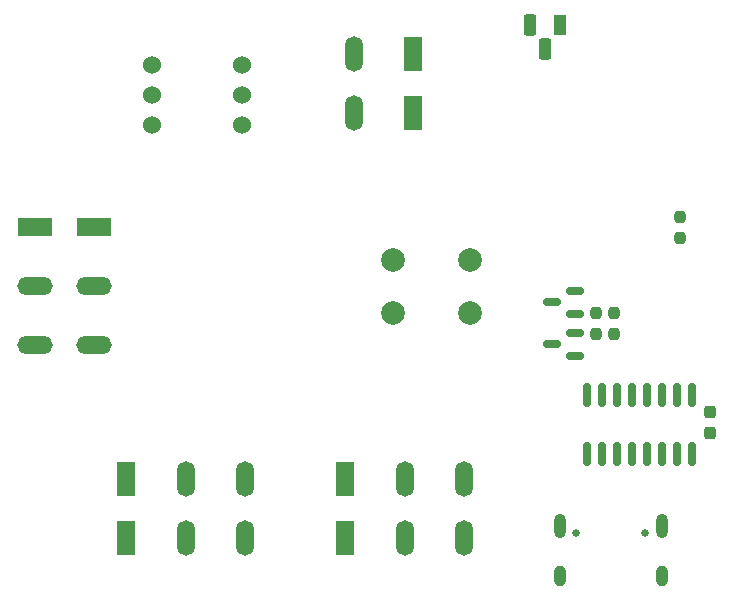
<source format=gbs>
G04 #@! TF.GenerationSoftware,KiCad,Pcbnew,7.0.10*
G04 #@! TF.CreationDate,2024-02-23T22:27:58+01:00*
G04 #@! TF.ProjectId,WLED_Controller,574c4544-5f43-46f6-9e74-726f6c6c6572,rev?*
G04 #@! TF.SameCoordinates,Original*
G04 #@! TF.FileFunction,Soldermask,Bot*
G04 #@! TF.FilePolarity,Negative*
%FSLAX46Y46*%
G04 Gerber Fmt 4.6, Leading zero omitted, Abs format (unit mm)*
G04 Created by KiCad (PCBNEW 7.0.10) date 2024-02-23 22:27:58*
%MOMM*%
%LPD*%
G01*
G04 APERTURE LIST*
G04 Aperture macros list*
%AMRoundRect*
0 Rectangle with rounded corners*
0 $1 Rounding radius*
0 $2 $3 $4 $5 $6 $7 $8 $9 X,Y pos of 4 corners*
0 Add a 4 corners polygon primitive as box body*
4,1,4,$2,$3,$4,$5,$6,$7,$8,$9,$2,$3,0*
0 Add four circle primitives for the rounded corners*
1,1,$1+$1,$2,$3*
1,1,$1+$1,$4,$5*
1,1,$1+$1,$6,$7*
1,1,$1+$1,$8,$9*
0 Add four rect primitives between the rounded corners*
20,1,$1+$1,$2,$3,$4,$5,0*
20,1,$1+$1,$4,$5,$6,$7,0*
20,1,$1+$1,$6,$7,$8,$9,0*
20,1,$1+$1,$8,$9,$2,$3,0*%
G04 Aperture macros list end*
%ADD10R,1.500000X3.000000*%
%ADD11O,1.500000X3.000000*%
%ADD12C,2.000000*%
%ADD13R,3.000000X1.500000*%
%ADD14O,3.000000X1.500000*%
%ADD15R,1.100000X1.800000*%
%ADD16RoundRect,0.275000X0.275000X0.625000X-0.275000X0.625000X-0.275000X-0.625000X0.275000X-0.625000X0*%
%ADD17C,0.650000*%
%ADD18O,1.000000X2.100000*%
%ADD19O,1.000000X1.800000*%
%ADD20C,1.524000*%
%ADD21RoundRect,0.237500X-0.237500X0.250000X-0.237500X-0.250000X0.237500X-0.250000X0.237500X0.250000X0*%
%ADD22RoundRect,0.150000X0.150000X-0.825000X0.150000X0.825000X-0.150000X0.825000X-0.150000X-0.825000X0*%
%ADD23RoundRect,0.150000X0.587500X0.150000X-0.587500X0.150000X-0.587500X-0.150000X0.587500X-0.150000X0*%
%ADD24RoundRect,0.237500X0.237500X-0.250000X0.237500X0.250000X-0.237500X0.250000X-0.237500X-0.250000X0*%
%ADD25RoundRect,0.237500X-0.237500X0.300000X-0.237500X-0.300000X0.237500X-0.300000X0.237500X0.300000X0*%
G04 APERTURE END LIST*
D10*
X36576000Y40640000D03*
X36576000Y45640000D03*
D11*
X31576000Y40640000D03*
X31576000Y45640000D03*
D10*
X30894000Y9652000D03*
X30894000Y4652000D03*
D11*
X35894000Y9652000D03*
X35894000Y4652000D03*
X40894000Y9652000D03*
X40894000Y4652000D03*
D12*
X34902000Y28194000D03*
X41402000Y28194000D03*
X34902000Y23694000D03*
X41402000Y23694000D03*
D10*
X12352000Y9652000D03*
X12352000Y4652000D03*
D11*
X17352000Y9652000D03*
X17352000Y4652000D03*
X22352000Y9652000D03*
X22352000Y4652000D03*
D13*
X9620000Y31058000D03*
X4620000Y31058000D03*
D14*
X9620000Y26058000D03*
X4620000Y26058000D03*
X9620000Y21058000D03*
X4620000Y21058000D03*
D15*
X49022000Y48152000D03*
D16*
X47752000Y46082000D03*
X46482000Y48152000D03*
D17*
X50450000Y5145000D03*
X56230000Y5145000D03*
D18*
X49020000Y5665000D03*
D19*
X49020000Y1465000D03*
D18*
X57660000Y5665000D03*
D19*
X57660000Y1465000D03*
D20*
X14478000Y44704000D03*
X14478000Y42164000D03*
X14478000Y39624000D03*
X22098000Y39624000D03*
X22098000Y42164000D03*
X22098000Y44704000D03*
D21*
X52070000Y23772500D03*
X52070000Y21947500D03*
D22*
X60198000Y11814000D03*
X58928000Y11814000D03*
X57658000Y11814000D03*
X56388000Y11814000D03*
X55118000Y11814000D03*
X53848000Y11814000D03*
X52578000Y11814000D03*
X51308000Y11814000D03*
X51308000Y16764000D03*
X52578000Y16764000D03*
X53848000Y16764000D03*
X55118000Y16764000D03*
X56388000Y16764000D03*
X57658000Y16764000D03*
X58928000Y16764000D03*
X60198000Y16764000D03*
D23*
X50292000Y22032000D03*
X50292000Y20132000D03*
X48417000Y21082000D03*
D24*
X53594000Y21947500D03*
X53594000Y23772500D03*
D23*
X50292000Y25588000D03*
X50292000Y23688000D03*
X48417000Y24638000D03*
D25*
X61722000Y15340500D03*
X61722000Y13615500D03*
D24*
X59182000Y30075500D03*
X59182000Y31900500D03*
M02*

</source>
